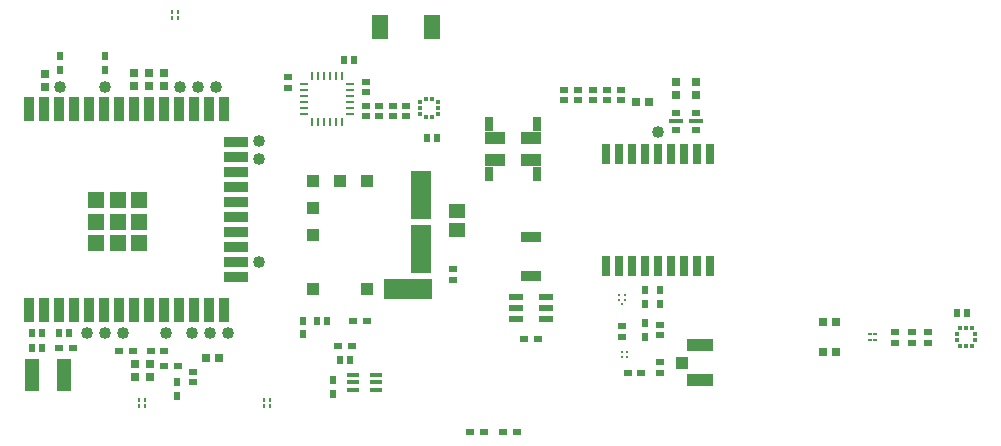
<source format=gtp>
G04*
G04 #@! TF.GenerationSoftware,Altium Limited,Altium Designer,22.3.1 (43)*
G04*
G04 Layer_Color=8421504*
%FSLAX25Y25*%
%MOIN*%
G70*
G04*
G04 #@! TF.SameCoordinates,D668225F-02C3-4EAC-AD72-9857121BA27B*
G04*
G04*
G04 #@! TF.FilePolarity,Positive*
G04*
G01*
G75*
%ADD15C,0.04000*%
%ADD16R,0.03150X0.02756*%
%ADD17R,0.02953X0.02362*%
%ADD18R,0.05512X0.08268*%
%ADD19R,0.02362X0.02520*%
G04:AMPARAMS|DCode=20|XSize=14.96mil|YSize=13.78mil|CornerRadius=0.62mil|HoleSize=0mil|Usage=FLASHONLY|Rotation=180.000|XOffset=0mil|YOffset=0mil|HoleType=Round|Shape=RoundedRectangle|*
%AMROUNDEDRECTD20*
21,1,0.01496,0.01254,0,0,180.0*
21,1,0.01372,0.01378,0,0,180.0*
1,1,0.00124,-0.00686,0.00627*
1,1,0.00124,0.00686,0.00627*
1,1,0.00124,0.00686,-0.00627*
1,1,0.00124,-0.00686,-0.00627*
%
%ADD20ROUNDEDRECTD20*%
%ADD21R,0.02520X0.02362*%
%ADD22R,0.01024X0.03110*%
%ADD23R,0.03110X0.01024*%
%ADD24R,0.03543X0.07874*%
%ADD25R,0.07874X0.03543*%
%ADD26R,0.05236X0.05236*%
%ADD27R,0.06693X0.03937*%
%ADD28R,0.02756X0.05118*%
%ADD29R,0.02362X0.02953*%
%ADD30R,0.03937X0.01772*%
%ADD31R,0.00906X0.01181*%
%ADD32R,0.02756X0.03150*%
%ADD33R,0.03976X0.03976*%
%ADD34R,0.06969X0.16024*%
%ADD35R,0.16024X0.06969*%
%ADD36R,0.04921X0.01968*%
%ADD37R,0.02756X0.02362*%
%ADD38R,0.04134X0.03937*%
%ADD39R,0.08661X0.04134*%
%ADD40C,0.00850*%
%ADD41R,0.02756X0.07087*%
G04:AMPARAMS|DCode=42|XSize=14.96mil|YSize=13.78mil|CornerRadius=0.62mil|HoleSize=0mil|Usage=FLASHONLY|Rotation=90.000|XOffset=0mil|YOffset=0mil|HoleType=Round|Shape=RoundedRectangle|*
%AMROUNDEDRECTD42*
21,1,0.01496,0.01254,0,0,90.0*
21,1,0.01372,0.01378,0,0,90.0*
1,1,0.00124,0.00627,0.00686*
1,1,0.00124,0.00627,-0.00686*
1,1,0.00124,-0.00627,-0.00686*
1,1,0.00124,-0.00627,0.00686*
%
%ADD42ROUNDEDRECTD42*%
%ADD43R,0.01181X0.00906*%
%ADD44R,0.07165X0.03386*%
%ADD45R,0.05512X0.05118*%
%ADD46R,0.04961X0.10709*%
%ADD47R,0.00984X0.00787*%
%ADD48R,0.03150X0.02165*%
%ADD49R,0.04724X0.01181*%
D15*
X151500Y159000D02*
D03*
X139500D02*
D03*
X295000Y226000D02*
D03*
X116500Y159000D02*
D03*
X141500Y241000D02*
D03*
X135500D02*
D03*
X110500Y159000D02*
D03*
X131000D02*
D03*
X162000Y182500D02*
D03*
X110500Y241000D02*
D03*
X95500D02*
D03*
X162000Y223000D02*
D03*
X147500Y241000D02*
D03*
X104500Y159000D02*
D03*
X145500D02*
D03*
X162000Y217000D02*
D03*
D16*
X144335Y150500D02*
D03*
X148665D02*
D03*
X287500Y236000D02*
D03*
X291831D02*
D03*
X349835Y162500D02*
D03*
X354165D02*
D03*
X349835Y152500D02*
D03*
X354165D02*
D03*
D17*
X95236Y154000D02*
D03*
X99764D02*
D03*
X243236Y126000D02*
D03*
X247764D02*
D03*
X236764D02*
D03*
X232236D02*
D03*
X192764Y154500D02*
D03*
X188236D02*
D03*
X130236Y148000D02*
D03*
X134764D02*
D03*
X125736Y153000D02*
D03*
X130264D02*
D03*
X119764D02*
D03*
X115236D02*
D03*
X197764Y163000D02*
D03*
X193236D02*
D03*
X254764Y157000D02*
D03*
X250236D02*
D03*
D18*
X202177Y261000D02*
D03*
X219500D02*
D03*
D19*
X193732Y250000D02*
D03*
X190268D02*
D03*
X221232Y224000D02*
D03*
X217768D02*
D03*
X192232Y150000D02*
D03*
X188768D02*
D03*
X394500Y165500D02*
D03*
X397965D02*
D03*
X181268Y163000D02*
D03*
X184732D02*
D03*
X89732Y159000D02*
D03*
X86268D02*
D03*
X89732Y154000D02*
D03*
X86268D02*
D03*
X95268Y159000D02*
D03*
X98732D02*
D03*
D20*
X217531Y230976D02*
D03*
X219500D02*
D03*
X221528Y232020D02*
D03*
Y233988D02*
D03*
Y235957D02*
D03*
X219500Y237000D02*
D03*
X217531D02*
D03*
X215504Y235957D02*
D03*
Y233988D02*
D03*
Y232020D02*
D03*
D21*
X202000Y234732D02*
D03*
Y231268D02*
D03*
X206500Y234732D02*
D03*
Y231268D02*
D03*
X211000Y234732D02*
D03*
Y231268D02*
D03*
X197500Y234732D02*
D03*
Y231268D02*
D03*
Y242732D02*
D03*
Y239268D02*
D03*
X171500Y244232D02*
D03*
Y240768D02*
D03*
X379500Y155768D02*
D03*
Y159232D02*
D03*
X140000Y146000D02*
D03*
Y142535D02*
D03*
X374000Y159232D02*
D03*
Y155768D02*
D03*
X385000Y159232D02*
D03*
Y155768D02*
D03*
X226500Y176768D02*
D03*
Y180232D02*
D03*
X263500Y236500D02*
D03*
Y239965D02*
D03*
X268299Y236514D02*
D03*
Y239979D02*
D03*
X273076Y236492D02*
D03*
Y239957D02*
D03*
X277853Y236514D02*
D03*
Y239979D02*
D03*
X282586Y236536D02*
D03*
Y240001D02*
D03*
X295500Y145768D02*
D03*
Y149232D02*
D03*
Y161732D02*
D03*
Y158268D02*
D03*
X283000Y157768D02*
D03*
Y161232D02*
D03*
D22*
X179579Y229244D02*
D03*
X181547D02*
D03*
X183516D02*
D03*
X185484D02*
D03*
X187453D02*
D03*
X189421D02*
D03*
Y244756D02*
D03*
X187453D02*
D03*
X185484D02*
D03*
X183516D02*
D03*
X181547D02*
D03*
X179579D02*
D03*
D23*
X192256Y232079D02*
D03*
Y234047D02*
D03*
Y236016D02*
D03*
Y237984D02*
D03*
Y239953D02*
D03*
Y241921D02*
D03*
X176744D02*
D03*
Y239953D02*
D03*
Y237984D02*
D03*
Y236016D02*
D03*
Y234047D02*
D03*
Y232079D02*
D03*
D24*
X85291Y166535D02*
D03*
X90291D02*
D03*
X95291D02*
D03*
X100291D02*
D03*
X105291D02*
D03*
X110291D02*
D03*
X115291D02*
D03*
X120291D02*
D03*
X125291D02*
D03*
X130291D02*
D03*
X135291D02*
D03*
X140291D02*
D03*
X145291D02*
D03*
X150291D02*
D03*
Y233465D02*
D03*
X145291D02*
D03*
X140291D02*
D03*
X135291D02*
D03*
X130291D02*
D03*
X125291D02*
D03*
X120291D02*
D03*
X115291D02*
D03*
X110291D02*
D03*
X105291D02*
D03*
X100291D02*
D03*
X95291D02*
D03*
X90291D02*
D03*
X85291D02*
D03*
D25*
X154228Y177500D02*
D03*
Y182500D02*
D03*
Y187500D02*
D03*
Y192500D02*
D03*
Y197500D02*
D03*
Y202500D02*
D03*
Y207500D02*
D03*
Y212500D02*
D03*
Y217500D02*
D03*
Y222500D02*
D03*
D26*
X107595Y188839D02*
D03*
Y196063D02*
D03*
Y203287D02*
D03*
X114819Y188839D02*
D03*
Y196063D02*
D03*
Y203287D02*
D03*
X122043Y188839D02*
D03*
Y196063D02*
D03*
Y203287D02*
D03*
D27*
X252500Y216520D02*
D03*
Y224000D02*
D03*
X240689D02*
D03*
Y216520D02*
D03*
D28*
X254468Y211992D02*
D03*
Y228528D02*
D03*
X238720D02*
D03*
Y211992D02*
D03*
D29*
X186500Y138736D02*
D03*
Y143264D02*
D03*
X134500Y142500D02*
D03*
Y137972D02*
D03*
X176500Y158472D02*
D03*
Y163000D02*
D03*
X295500Y173264D02*
D03*
Y168736D02*
D03*
X290500D02*
D03*
Y173264D02*
D03*
Y157736D02*
D03*
Y162264D02*
D03*
X95500Y246736D02*
D03*
Y251264D02*
D03*
X110500Y246736D02*
D03*
Y251264D02*
D03*
D30*
X200740Y145059D02*
D03*
Y142500D02*
D03*
Y139941D02*
D03*
X193260D02*
D03*
Y142500D02*
D03*
Y145059D02*
D03*
D31*
X163516Y134555D02*
D03*
X165484D02*
D03*
X122016D02*
D03*
X123984D02*
D03*
X165484Y136445D02*
D03*
X163516D02*
D03*
X123984D02*
D03*
X122016D02*
D03*
X134984Y265945D02*
D03*
X133016D02*
D03*
Y264055D02*
D03*
X134984D02*
D03*
D32*
X120285Y245516D02*
D03*
Y241185D02*
D03*
X120505Y148495D02*
D03*
Y144165D02*
D03*
X125500Y148500D02*
D03*
Y144169D02*
D03*
X125218Y241160D02*
D03*
Y245491D02*
D03*
X90488Y240998D02*
D03*
Y245329D02*
D03*
X130151Y241185D02*
D03*
Y245516D02*
D03*
X307500Y242500D02*
D03*
Y238169D02*
D03*
X301030Y242565D02*
D03*
Y238234D02*
D03*
D33*
X198020Y209512D02*
D03*
Y173488D02*
D03*
X179988D02*
D03*
Y191480D02*
D03*
Y200496D02*
D03*
Y209512D02*
D03*
X189004D02*
D03*
D34*
X216012Y204984D02*
D03*
Y186992D02*
D03*
D35*
X211524Y173488D02*
D03*
D36*
X247657Y170980D02*
D03*
Y167240D02*
D03*
Y163500D02*
D03*
X257500D02*
D03*
Y167240D02*
D03*
Y170980D02*
D03*
D37*
X284835Y145500D02*
D03*
X289165D02*
D03*
D38*
X302996Y149000D02*
D03*
D39*
X309000Y154807D02*
D03*
Y143193D02*
D03*
D40*
X283000Y150925D02*
D03*
Y152500D02*
D03*
X284575Y150925D02*
D03*
Y152500D02*
D03*
D41*
X312323Y218701D02*
D03*
X307992D02*
D03*
X303661D02*
D03*
X299331D02*
D03*
X295000D02*
D03*
X290669D02*
D03*
X286339D02*
D03*
X282008D02*
D03*
X277677D02*
D03*
Y181299D02*
D03*
X282008D02*
D03*
X286339D02*
D03*
X290669D02*
D03*
X295000D02*
D03*
X299331D02*
D03*
X303661D02*
D03*
X307992D02*
D03*
X312323D02*
D03*
D42*
X395532Y160512D02*
D03*
X397500D02*
D03*
X399468D02*
D03*
X400512Y158484D02*
D03*
Y156516D02*
D03*
X399468Y154488D02*
D03*
X397500D02*
D03*
X395532D02*
D03*
X394488Y156516D02*
D03*
Y158484D02*
D03*
D43*
X365500Y158468D02*
D03*
Y156500D02*
D03*
X367390D02*
D03*
Y158468D02*
D03*
D44*
X252500Y177905D02*
D03*
Y191095D02*
D03*
D45*
X228000Y193350D02*
D03*
Y199650D02*
D03*
D46*
X96736Y145000D02*
D03*
X86264D02*
D03*
D47*
X283000Y168445D02*
D03*
X283984Y170000D02*
D03*
Y171555D02*
D03*
X282016D02*
D03*
Y170000D02*
D03*
D48*
X307500Y232354D02*
D03*
Y226646D02*
D03*
X301000Y232354D02*
D03*
Y226646D02*
D03*
D49*
X307500Y229500D02*
D03*
X301000D02*
D03*
M02*

</source>
